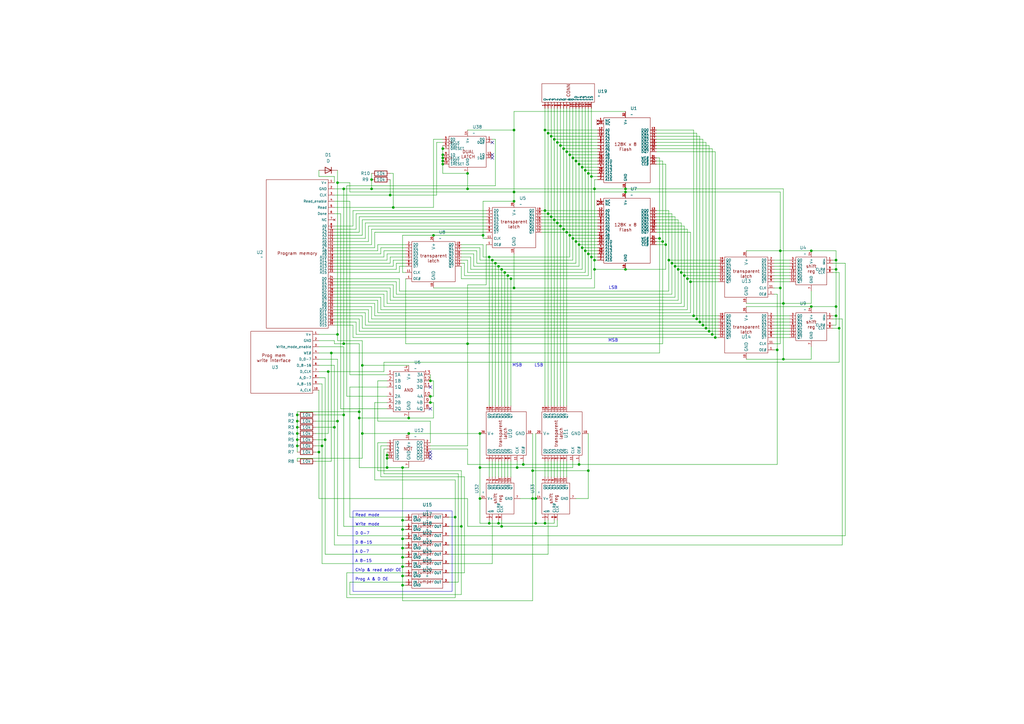
<source format=kicad_sch>
(kicad_sch (version 20231120) (generator "eeschema") (generator_version "8.0")
  (paper "A3")
  (junction (at 332.74 102.87))
  (junction (at 210.82 78.74))
  (junction (at 232.41 62.23))
  (junction (at 224.79 87.63))
  (junction (at 196.85 191.77))
  (junction (at 242.57 72.39))
  (junction (at 218.44 204.47))
  (junction (at 140.97 140.97))
  (junction (at 140.97 77.47))
  (junction (at 133.35 180.34))
  (junction (at 165.1 236.22))
  (junction (at 165.1 213.36))
  (junction (at 121.92 175.26))
  (junction (at 205.74 215.9))
  (junction (at 283.21 115.57))
  (junction (at 342.9 106.68))
  (junction (at 210.82 53.34))
  (junction (at 196.85 177.8))
  (junction (at 152.4 77.47))
  (junction (at 227.33 57.15))
  (junction (at 229.87 92.71))
  (junction (at 191.77 77.47))
  (junction (at 278.13 110.49))
  (junction (at 288.29 133.35))
  (junction (at 181.61 66.04))
  (junction (at 238.76 101.6))
  (junction (at 138.43 137.16))
  (junction (at 342.9 129.54))
  (junction (at 176.53 165.1))
  (junction (at 318.77 143.51))
  (junction (at 121.92 172.72))
  (junction (at 208.28 113.03))
  (junction (at 242.57 105.41))
  (junction (at 240.03 69.85))
  (junction (at 241.3 71.12))
  (junction (at 233.68 63.5))
  (junction (at 212.09 191.77))
  (junction (at 223.52 53.34))
  (junction (at 138.43 74.93))
  (junction (at 344.17 134.62))
  (junction (at 236.22 66.04))
  (junction (at 232.41 95.25))
  (junction (at 292.1 137.16))
  (junction (at 121.92 170.18))
  (junction (at 256.54 110.49))
  (junction (at 275.59 107.95))
  (junction (at 177.8 96.52))
  (junction (at 181.61 63.5))
  (junction (at 321.31 124.46))
  (junction (at 227.33 90.17))
  (junction (at 210.82 118.11))
  (junction (at 270.51 97.79))
  (junction (at 176.53 156.21))
  (junction (at 181.61 60.96))
  (junction (at 342.9 125.73))
  (junction (at 121.92 177.8))
  (junction (at 273.05 100.33))
  (junction (at 237.49 67.31))
  (junction (at 236.22 99.06))
  (junction (at 165.1 228.6))
  (junction (at 181.61 64.77))
  (junction (at 290.83 135.89))
  (junction (at 274.32 106.68))
  (junction (at 148.59 149.86))
  (junction (at 140.97 170.18))
  (junction (at 219.71 214.63))
  (junction (at 160.02 80.01))
  (junction (at 205.74 110.49))
  (junction (at 191.77 140.97))
  (junction (at 240.03 102.87))
  (junction (at 284.48 129.54))
  (junction (at 165.1 240.03))
  (junction (at 238.76 68.58))
  (junction (at 234.95 97.79))
  (junction (at 167.64 171.45))
  (junction (at 147.32 168.91))
  (junction (at 201.93 106.68))
  (junction (at 229.87 59.69))
  (junction (at 224.79 54.61))
  (junction (at 228.6 91.44))
  (junction (at 158.75 191.77))
  (junction (at 134.62 152.4))
  (junction (at 293.37 138.43))
  (junction (at 200.66 214.63))
  (junction (at 226.06 55.88))
  (junction (at 137.16 175.26))
  (junction (at 181.61 67.31))
  (junction (at 210.82 82.55))
  (junction (at 280.67 113.03))
  (junction (at 281.94 114.3))
  (junction (at 207.01 111.76))
  (junction (at 200.66 105.41))
  (junction (at 152.4 73.66))
  (junction (at 121.92 182.88))
  (junction (at 189.23 215.9))
  (junction (at 237.49 190.5))
  (junction (at 165.1 224.79))
  (junction (at 243.84 77.47))
  (junction (at 130.81 185.42))
  (junction (at 161.29 85.09))
  (junction (at 135.89 144.78))
  (junction (at 176.53 162.56))
  (junction (at 186.69 212.09))
  (junction (at 231.14 93.98))
  (junction (at 342.9 110.49))
  (junction (at 287.02 132.08))
  (junction (at 320.04 102.87))
  (junction (at 289.56 134.62))
  (junction (at 234.95 64.77))
  (junction (at 167.64 177.8))
  (junction (at 233.68 96.52))
  (junction (at 204.47 109.22))
  (junction (at 256.54 77.47))
  (junction (at 132.08 182.88))
  (junction (at 165.1 191.77))
  (junction (at 209.55 114.3))
  (junction (at 138.43 172.72))
  (junction (at 158.75 187.96))
  (junction (at 218.44 193.04))
  (junction (at 196.85 204.47))
  (junction (at 256.54 78.74))
  (junction (at 243.84 106.68))
  (junction (at 165.1 217.17))
  (junction (at 148.59 177.8))
  (junction (at 321.31 147.32))
  (junction (at 147.32 171.45))
  (junction (at 191.77 71.12))
  (junction (at 279.4 111.76))
  (junction (at 276.86 109.22))
  (junction (at 243.84 110.49))
  (junction (at 158.75 186.69))
  (junction (at 223.52 214.63))
  (junction (at 237.49 100.33))
  (junction (at 241.3 193.04))
  (junction (at 228.6 58.42))
  (junction (at 219.71 204.47))
  (junction (at 165.1 232.41))
  (junction (at 241.3 104.14))
  (junction (at 214.63 190.5))
  (junction (at 285.75 130.81))
  (junction (at 165.1 220.98))
  (junction (at 198.12 96.52))
  (junction (at 204.47 214.63))
  (junction (at 226.06 88.9))
  (junction (at 121.92 180.34))
  (junction (at 320.04 118.11))
  (junction (at 231.14 60.96))
  (junction (at 203.2 107.95))
  (junction (at 332.74 125.73))
  (junction (at 271.78 99.06))
  (junction (at 223.52 86.36))
  (no_connect (at 176.53 187.96))
  (no_connect (at 201.93 63.5))
  (no_connect (at 201.93 58.42))
  (no_connect (at 176.53 186.69))
  (no_connect (at 176.53 185.42))
  (no_connect (at 201.93 64.77))
  (no_connect (at 176.53 167.64))
  (no_connect (at 176.53 158.75))
  (wire (pts (xy 181.61 59.69) (xy 181.61 60.96)))
  (wire (pts (xy 158.75 167.64) (xy 139.7 167.64)))
  (wire (pts (xy 163.83 114.3) (xy 163.83 119.38)))
  (wire (pts (xy 130.81 152.4) (xy 134.62 152.4)))
  (wire (pts (xy 181.61 71.12) (xy 191.77 71.12)))
  (wire (pts (xy 191.77 140.97) (xy 271.78 140.97)))
  (wire (pts (xy 270.51 97.79) (xy 269.24 97.79)))
  (wire (pts (xy 237.49 67.31) (xy 245.11 67.31)))
  (wire (pts (xy 287.02 132.08) (xy 294.64 132.08)))
  (wire (pts (xy 130.81 154.94) (xy 133.35 154.94)))
  (wire (pts (xy 190.5 113.03) (xy 190.5 107.95)))
  (wire (pts (xy 130.81 147.32) (xy 138.43 147.32)))
  (wire (pts (xy 318.77 143.51) (xy 318.77 190.5)))
  (wire (pts (xy 154.94 181.61) (xy 158.75 181.61)))
  (wire (pts (xy 203.2 107.95) (xy 203.2 166.37)))
  (wire (pts (xy 191.77 116.84) (xy 199.39 116.84)))
  (wire (pts (xy 152.4 71.12) (xy 152.4 73.66)))
  (wire (pts (xy 245.11 99.06) (xy 236.22 99.06)))
  (wire (pts (xy 157.48 194.31) (xy 157.48 184.15)))
  (wire (pts (xy 184.15 219.71) (xy 346.71 219.71)))
  (wire (pts (xy 203.2 189.23) (xy 203.2 195.58)))
  (wire (pts (xy 341.63 133.35) (xy 342.9 133.35)))
  (wire (pts (xy 143.51 82.55) (xy 137.16 82.55)))
  (wire (pts (xy 189.23 106.68) (xy 191.77 106.68)))
  (wire (pts (xy 142.24 245.11) (xy 142.24 234.95)))
  (wire (pts (xy 147.32 88.9) (xy 199.39 88.9)))
  (wire (pts (xy 189.23 215.9) (xy 189.23 193.04)))
  (wire (pts (xy 191.77 77.47) (xy 243.84 77.47)))
  (wire (pts (xy 166.37 106.68) (xy 161.29 106.68)))
  (wire (pts (xy 243.84 106.68) (xy 245.11 106.68)))
  (wire (pts (xy 285.75 130.81) (xy 152.4 130.81)))
  (wire (pts (xy 158.75 187.96) (xy 158.75 191.77)))
  (wire (pts (xy 274.32 86.36) (xy 274.32 106.68)))
  (wire (pts (xy 186.69 196.85) (xy 186.69 212.09)))
  (wire (pts (xy 224.79 54.61) (xy 245.11 54.61)))
  (wire (pts (xy 156.21 195.58) (xy 156.21 182.88)))
  (wire (pts (xy 121.92 187.96) (xy 121.92 189.23)))
  (wire (pts (xy 236.22 66.04) (xy 236.22 99.06)))
  (wire (pts (xy 199.39 97.79) (xy 198.12 97.79)))
  (wire (pts (xy 201.93 231.14) (xy 184.15 231.14)))
  (wire (pts (xy 121.92 182.88) (xy 121.92 185.42)))
  (wire (pts (xy 237.49 190.5) (xy 318.77 190.5)))
  (wire (pts (xy 166.37 213.36) (xy 165.1 213.36)))
  (wire (pts (xy 214.63 190.5) (xy 191.77 190.5)))
  (wire (pts (xy 184.15 227.33) (xy 224.79 227.33)))
  (wire (pts (xy 203.2 107.95) (xy 195.58 107.95)))
  (wire (pts (xy 344.17 134.62) (xy 341.63 134.62)))
  (wire (pts (xy 137.16 121.92) (xy 156.21 121.92)))
  (wire (pts (xy 242.57 105.41) (xy 242.57 114.3)))
  (wire (pts (xy 270.51 64.77) (xy 270.51 97.79)))
  (wire (pts (xy 196.85 101.6) (xy 196.85 106.68)))
  (wire (pts (xy 157.48 125.73) (xy 157.48 120.65)))
  (wire (pts (xy 203.2 57.15) (xy 201.93 57.15)))
  (wire (pts (xy 245.11 93.98) (xy 231.14 93.98)))
  (wire (pts (xy 165.1 246.38) (xy 165.1 240.03)))
  (wire (pts (xy 158.75 119.38) (xy 158.75 124.46)))
  (wire (pts (xy 147.32 191.77) (xy 147.32 171.45)))
  (wire (pts (xy 138.43 172.72) (xy 138.43 219.71)))
  (wire (pts (xy 200.66 105.41) (xy 198.12 105.41)))
  (wire (pts (xy 275.59 120.65) (xy 162.56 120.65)))
  (wire (pts (xy 158.75 104.14) (xy 158.75 106.68)))
  (wire (pts (xy 237.49 109.22) (xy 237.49 100.33)))
  (wire (pts (xy 227.33 189.23) (xy 227.33 195.58)))
  (wire (pts (xy 148.59 134.62) (xy 289.56 134.62)))
  (wire (pts (xy 231.14 44.45) (xy 231.14 60.96)))
  (wire (pts (xy 135.89 144.78) (xy 130.81 144.78)))
  (wire (pts (xy 201.93 106.68) (xy 201.93 166.37)))
  (wire (pts (xy 278.13 123.19) (xy 160.02 123.19)))
  (wire (pts (xy 207.01 111.76) (xy 240.03 111.76)))
  (wire (pts (xy 276.86 109.22) (xy 276.86 121.92)))
  (wire (pts (xy 292.1 60.96) (xy 269.24 60.96)))
  (wire (pts (xy 165.1 236.22) (xy 165.1 232.41)))
  (wire (pts (xy 280.67 92.71) (xy 280.67 113.03)))
  (wire (pts (xy 245.11 95.25) (xy 232.41 95.25)))
  (wire (pts (xy 274.32 106.68) (xy 274.32 119.38)))
  (wire (pts (xy 160.02 105.41) (xy 166.37 105.41)))
  (wire (pts (xy 196.85 106.68) (xy 201.93 106.68)))
  (wire (pts (xy 147.32 140.97) (xy 147.32 168.91)))
  (wire (pts (xy 213.36 204.47) (xy 218.44 204.47)))
  (wire (pts (xy 165.1 236.22) (xy 165.1 240.03)))
  (wire (pts (xy 205.74 110.49) (xy 193.04 110.49)))
  (wire (pts (xy 137.16 77.47) (xy 140.97 77.47)))
  (wire (pts (xy 275.59 87.63) (xy 275.59 107.95)))
  (wire (pts (xy 137.16 114.3) (xy 163.83 114.3)))
  (wire (pts (xy 129.54 175.26) (xy 137.16 175.26)))
  (wire (pts (xy 223.52 53.34) (xy 223.52 86.36)))
  (wire (pts (xy 279.4 111.76) (xy 294.64 111.76)))
  (wire (pts (xy 121.92 177.8) (xy 121.92 180.34)))
  (wire (pts (xy 210.82 78.74) (xy 256.54 78.74)))
  (wire (pts (xy 227.33 213.36) (xy 227.33 214.63)))
  (wire (pts (xy 241.3 113.03) (xy 208.28 113.03)))
  (wire (pts (xy 204.47 109.22) (xy 237.49 109.22)))
  (wire (pts (xy 270.51 97.79) (xy 270.51 144.78)))
  (wire (pts (xy 165.1 224.79) (xy 166.37 224.79)))
  (wire (pts (xy 148.59 90.17) (xy 148.59 96.52)))
  (wire (pts (xy 317.5 130.81) (xy 323.85 130.81)))
  (wire (pts (xy 245.11 102.87) (xy 240.03 102.87)))
  (wire (pts (xy 184.15 238.76) (xy 187.96 238.76)))
  (wire (pts (xy 191.77 140.97) (xy 191.77 182.88)))
  (wire (pts (xy 151.13 127) (xy 151.13 132.08)))
  (wire (pts (xy 283.21 115.57) (xy 283.21 128.27)))
  (wire (pts (xy 133.35 227.33) (xy 166.37 227.33)))
  (wire (pts (xy 156.21 182.88) (xy 158.75 182.88)))
  (wire (pts (xy 245.11 101.6) (xy 238.76 101.6)))
  (wire (pts (xy 191.77 204.47) (xy 191.77 215.9)))
  (wire (pts (xy 160.02 80.01) (xy 179.07 80.01)))
  (wire (pts (xy 165.1 228.6) (xy 165.1 224.79)))
  (wire (pts (xy 233.68 105.41) (xy 200.66 105.41)))
  (wire (pts (xy 241.3 177.8) (xy 241.3 193.04)))
  (wire (pts (xy 321.31 124.46) (xy 321.31 77.47)))
  (wire (pts (xy 138.43 139.7) (xy 138.43 137.16)))
  (wire (pts (xy 228.6 215.9) (xy 228.6 213.36)))
  (wire (pts (xy 130.81 185.42) (xy 130.81 204.47)))
  (wire (pts (xy 137.16 140.97) (xy 140.97 140.97)))
  (wire (pts (xy 223.52 44.45) (xy 223.52 53.34)))
  (wire (pts (xy 320.04 102.87) (xy 332.74 102.87)))
  (wire (pts (xy 214.63 190.5) (xy 237.49 190.5)))
  (wire (pts (xy 238.76 101.6) (xy 238.76 110.49)))
  (wire (pts (xy 224.79 44.45) (xy 224.79 54.61)))
  (wire (pts (xy 229.87 44.45) (xy 229.87 59.69)))
  (wire (pts (xy 186.69 245.11) (xy 142.24 245.11)))
  (wire (pts (xy 161.29 121.92) (xy 276.86 121.92)))
  (wire (pts (xy 148.59 96.52) (xy 137.16 96.52)))
  (wire (pts (xy 193.04 105.41) (xy 189.23 105.41)))
  (wire (pts (xy 245.11 71.12) (xy 241.3 71.12)))
  (wire (pts (xy 203.2 76.2) (xy 203.2 57.15)))
  (wire (pts (xy 166.37 231.14) (xy 132.08 231.14)))
  (wire (pts (xy 152.4 73.66) (xy 152.4 77.47)))
  (wire (pts (xy 285.75 54.61) (xy 285.75 130.81)))
  (wire (pts (xy 176.53 156.21) (xy 177.8 156.21)))
  (wire (pts (xy 210.82 45.72) (xy 256.54 45.72)))
  (wire (pts (xy 273.05 67.31) (xy 273.05 100.33)))
  (wire (pts (xy 198.12 97.79) (xy 198.12 96.52)))
  (wire (pts (xy 191.77 140.97) (xy 166.37 140.97)))
  (wire (pts (xy 158.75 124.46) (xy 279.4 124.46)))
  (wire (pts (xy 222.25 93.98) (xy 231.14 93.98)))
  (wire (pts (xy 342.9 133.35) (xy 342.9 129.54)))
  (wire (pts (xy 157.48 102.87) (xy 166.37 102.87)))
  (wire (pts (xy 137.16 127) (xy 151.13 127)))
  (wire (pts (xy 149.86 133.35) (xy 149.86 128.27)))
  (wire (pts (xy 342.9 102.87) (xy 342.9 106.68)))
  (wire (pts (xy 317.5 120.65) (xy 318.77 120.65)))
  (wire (pts (xy 279.4 91.44) (xy 269.24 91.44)))
  (wire (pts (xy 130.81 204.47) (xy 191.77 204.47)))
  (wire (pts (xy 344.17 148.59) (xy 344.17 134.62)))
  (wire (pts (xy 205.74 213.36) (xy 205.74 215.9)))
  (wire (pts (xy 341.63 129.54) (xy 342.9 129.54)))
  (wire (pts (xy 142.24 76.2) (xy 142.24 162.56)))
  (wire (pts (xy 280.67 113.03) (xy 294.64 113.03)))
  (wire (pts (xy 205.74 110.49) (xy 205.74 166.37)))
  (wire (pts (xy 318.77 120.65) (xy 318.77 143.51)))
  (wire (pts (xy 161.29 109.22) (xy 137.16 109.22)))
  (wire (pts (xy 279.4 91.44) (xy 279.4 111.76)))
  (wire (pts (xy 245.11 60.96) (xy 231.14 60.96)))
  (wire (pts (xy 222.25 87.63) (xy 224.79 87.63)))
  (wire (pts (xy 149.86 97.79) (xy 149.86 91.44)))
  (wire (pts (xy 184.15 234.95) (xy 190.5 234.95)))
  (wire (pts (xy 143.51 243.84) (xy 143.51 238.76)))
  (wire (pts (xy 135.89 144.78) (xy 270.51 144.78)))
  (wire (pts (xy 242.57 44.45) (xy 242.57 72.39)))
  (wire (pts (xy 287.02 55.88) (xy 287.02 132.08)))
  (wire (pts (xy 288.29 57.15) (xy 288.29 133.35)))
  (wire (pts (xy 292.1 137.16) (xy 294.64 137.16)))
  (wire (pts (xy 210.82 53.34) (xy 210.82 78.74)))
  (wire (pts (xy 274.32 86.36) (xy 269.24 86.36)))
  (wire (pts (xy 181.61 67.31) (xy 181.61 71.12)))
  (wire (pts (xy 130.81 72.39) (xy 130.81 69.85)))
  (wire (pts (xy 153.67 196.85) (xy 153.67 165.1)))
  (wire (pts (xy 224.79 189.23) (xy 224.79 195.58)))
  (wire (pts (xy 289.56 134.62) (xy 294.64 134.62)))
  (wire (pts (xy 231.14 189.23) (xy 231.14 195.58)))
  (wire (pts (xy 224.79 54.61) (xy 224.79 87.63)))
  (wire (pts (xy 137.16 110.49) (xy 162.56 110.49)))
  (wire (pts (xy 283.21 95.25) (xy 283.21 115.57)))
  (wire (pts (xy 208.28 189.23) (xy 208.28 195.58)))
  (wire (pts (xy 189.23 101.6) (xy 196.85 101.6)))
  (wire (pts (xy 218.44 177.8) (xy 218.44 193.04)))
  (wire (pts (xy 181.61 57.15) (xy 177.8 57.15)))
  (wire (pts (xy 245.11 68.58) (xy 238.76 68.58)))
  (wire (pts (xy 306.07 147.32) (xy 321.31 147.32)))
  (wire (pts (xy 237.49 190.5) (xy 237.49 189.23)))
  (wire (pts (xy 148.59 177.8) (xy 148.59 187.96)))
  (wire (pts (xy 245.11 63.5) (xy 233.68 63.5)))
  (wire (pts (xy 177.8 162.56) (xy 176.53 162.56)))
  (wire (pts (xy 156.21 121.92) (xy 156.21 127)))
  (wire (pts (xy 240.03 69.85) (xy 245.11 69.85)))
  (wire (pts (xy 153.67 129.54) (xy 284.48 129.54)))
  (wire (pts (xy 320.04 102.87) (xy 320.04 118.11)))
  (wire (pts (xy 288.29 133.35) (xy 294.64 133.35)))
  (wire (pts (xy 320.04 118.11) (xy 320.04 140.97)))
  (wire (pts (xy 152.4 77.47) (xy 191.77 77.47)))
  (wire (pts (xy 317.5 107.95) (xy 323.85 107.95)))
  (wire (pts (xy 245.11 55.88) (xy 226.06 55.88)))
  (wire (pts (xy 153.67 101.6) (xy 137.16 101.6)))
  (wire (pts (xy 289.56 58.42) (xy 289.56 134.62)))
  (wire (pts (xy 161.29 71.12) (xy 161.29 85.09)))
  (wire (pts (xy 130.81 139.7) (xy 137.16 139.7)))
  (wire (pts (xy 149.86 128.27) (xy 137.16 128.27)))
  (wire (pts (xy 163.83 119.38) (xy 274.32 119.38)))
  (wire (pts (xy 278.13 90.17) (xy 278.13 110.49)))
  (wire (pts (xy 306.07 124.46) (xy 321.31 124.46)))
  (wire (pts (xy 287.02 55.88) (xy 269.24 55.88)))
  (wire (pts (xy 132.08 231.14) (xy 132.08 182.88)))
  (wire (pts (xy 137.16 139.7) (xy 137.16 140.97)))
  (wire (pts (xy 151.13 92.71) (xy 151.13 99.06)))
  (wire (pts (xy 208.28 113.03) (xy 190.5 113.03)))
  (wire (pts (xy 245.11 92.71) (xy 229.87 92.71)))
  (wire (pts (xy 165.1 236.22) (xy 166.37 236.22)))
  (wire (pts (xy 245.11 88.9) (xy 226.06 88.9)))
  (wire (pts (xy 317.5 109.22) (xy 323.85 109.22)))
  (wire (pts (xy 137.16 72.39) (xy 130.81 72.39)))
  (wire (pts (xy 288.29 133.35) (xy 149.86 133.35)))
  (wire (pts (xy 293.37 138.43) (xy 144.78 138.43)))
  (wire (pts (xy 205.74 215.9) (xy 228.6 215.9)))
  (wire (pts (xy 194.31 109.22) (xy 204.47 109.22)))
  (wire (pts (xy 228.6 189.23) (xy 228.6 195.58)))
  (wire (pts (xy 210.82 104.14) (xy 210.82 118.11)))
  (wire (pts (xy 342.9 110.49) (xy 342.9 125.73)))
  (wire (pts (xy 142.24 234.95) (xy 166.37 234.95)))
  (wire (pts (xy 210.82 118.11) (xy 177.8 118.11)))
  (wire (pts (xy 321.31 124.46) (xy 321.31 147.32)))
  (wire (pts (xy 200.66 105.41) (xy 200.66 166.37)))
  (wire (pts (xy 179.07 80.01) (xy 179.07 58.42)))
  (wire (pts (xy 129.54 172.72) (xy 138.43 172.72)))
  (wire (pts (xy 236.22 107.95) (xy 203.2 107.95)))
  (wire (pts (xy 227.33 214.63) (xy 223.52 214.63)))
  (wire (pts (xy 344.17 111.76) (xy 344.17 134.62)))
  (wire (pts (xy 191.77 111.76) (xy 207.01 111.76)))
  (wire (pts (xy 269.24 57.15) (xy 288.29 57.15)))
  (wire (pts (xy 209.55 114.3) (xy 209.55 166.37)))
  (wire (pts (xy 147.32 191.77) (xy 158.75 191.77)))
  (wire (pts (xy 269.24 64.77) (xy 270.51 64.77)))
  (wire (pts (xy 341.63 111.76) (xy 344.17 111.76)))
  (wire (pts (xy 317.5 140.97) (xy 320.04 140.97)))
  (wire (pts (xy 342.9 129.54) (xy 342.9 125.73)))
  (wire (pts (xy 245.11 104.14) (xy 241.3 104.14)))
  (wire (pts (xy 229.87 189.23) (xy 229.87 195.58)))
  (wire (pts (xy 143.51 238.76) (xy 166.37 238.76)))
  (wire (pts (xy 341.63 130.81) (xy 345.44 130.81)))
  (wire (pts (xy 146.05 87.63) (xy 146.05 93.98)))
  (wire (pts (xy 346.71 219.71) (xy 346.71 107.95)))
  (wire (pts (xy 229.87 59.69) (xy 245.11 59.69)))
  (wire (pts (xy 218.44 204.47) (xy 218.44 193.04)))
  (wire (pts (xy 162.56 107.95) (xy 166.37 107.95)))
  (wire (pts (xy 317.5 134.62) (xy 323.85 134.62)))
  (wire (pts (xy 223.52 214.63) (xy 219.71 214.63)))
  (wire (pts (xy 199.39 95.25) (xy 153.67 95.25)))
  (wire (pts (xy 176.53 184.15) (xy 191.77 184.15)))
  (wire (pts (xy 176.53 182.88) (xy 191.77 182.88)))
  (wire (pts (xy 279.4 111.76) (xy 279.4 124.46)))
  (wire (pts (xy 200.66 213.36) (xy 200.66 214.63)))
  (wire (pts (xy 241.3 44.45) (xy 241.3 71.12)))
  (wire (pts (xy 140.97 77.47) (xy 152.4 77.47)))
  (wire (pts (xy 245.11 73.66) (xy 243.84 73.66)))
  (wire (pts (xy 228.6 58.42) (xy 228.6 91.44)))
  (wire (pts (xy 187.96 238.76) (xy 187.96 194.31)))
  (wire (pts (xy 147.32 168.91) (xy 147.32 171.45)))
  (wire (pts (xy 166.37 223.52) (xy 137.16 223.52)))
  (wire (pts (xy 224.79 227.33) (xy 224.79 213.36)))
  (wire (pts (xy 234.95 189.23) (xy 234.95 191.77)))
  (wire (pts (xy 157.48 105.41) (xy 157.48 102.87)))
  (wire (pts (xy 152.4 130.81) (xy 152.4 125.73)))
  (wire (pts (xy 273.05 100.33) (xy 269.24 100.33)))
  (wire (pts (xy 154.94 172.72) (xy 154.94 156.21)))
  (wire (pts (xy 306.07 102.87) (xy 320.04 102.87)))
  (wire (pts (xy 134.62 177.8) (xy 129.54 177.8)))
  (wire (pts (xy 143.51 74.93) (xy 143.51 78.74)))
  (wire (pts (xy 198.12 105.41) (xy 198.12 100.33)))
  (wire (pts (xy 284.48 129.54) (xy 294.64 129.54)))
  (wire (pts (xy 226.06 88.9) (xy 226.06 166.37)))
  (wire (pts (xy 143.51 153.67) (xy 158.75 153.67)))
  (wire (pts (xy 240.03 69.85) (xy 240.03 102.87)))
  (wire (pts (xy 222.25 90.17) (xy 227.33 90.17)))
  (wire (pts (xy 181.61 64.77) (xy 181.61 66.04)))
  (wire (pts (xy 129.54 180.34) (xy 133.35 180.34)))
  (wire (pts (xy 121.92 170.18) (xy 121.92 172.72)))
  (wire (pts (xy 196.85 204.47) (xy 196.85 214.63)))
  (wire (pts (xy 306.07 125.73) (xy 332.74 125.73)))
  (wire (pts (xy 269.24 90.17) (xy 278.13 90.17)))
  (wire (pts (xy 167.64 177.8) (xy 196.85 177.8)))
  (wire (pts (xy 147.32 168.91) (xy 121.92 168.91)))
  (wire (pts (xy 190.5 195.58) (xy 156.21 195.58)))
  (wire (pts (xy 161.29 116.84) (xy 161.29 121.92)))
  (wire (pts (xy 281.94 114.3) (xy 294.64 114.3)))
  (wire (pts (xy 161.29 85.09) (xy 137.16 85.09)))
  (wire (pts (xy 245.11 66.04) (xy 236.22 66.04)))
  (wire (pts (xy 243.84 106.68) (xy 243.84 110.49)))
  (wire (pts (xy 154.94 100.33) (xy 166.37 100.33)))
  (wire (pts (xy 236.22 44.45) (xy 236.22 66.04)))
  (wire (pts (xy 153.67 196.85) (xy 186.69 196.85)))
  (wire (pts (xy 154.94 128.27) (xy 154.94 123.19)))
  (wire (pts (xy 321.31 77.47) (xy 256.54 77.47)))
  (wire (pts (xy 137.16 175.26) (xy 137.16 149.86)))
  (wire (pts (xy 144.78 86.36) (xy 199.39 86.36)))
  (wire (pts (xy 151.13 132.08) (xy 287.02 132.08)))
  (wire (pts (xy 201.93 189.23) (xy 201.93 195.58)))
  (wire (pts (xy 177.8 165.1) (xy 177.8 171.45)))
  (wire (pts (xy 210.82 78.74) (xy 210.82 82.55)))
  (wire (pts (xy 166.37 109.22) (xy 163.83 109.22)))
  (wire (pts (xy 224.79 87.63) (xy 224.79 166.37)))
  (wire (pts (xy 200.66 189.23) (xy 200.66 195.58)))
  (wire (pts (xy 134.62 152.4) (xy 134.62 177.8)))
  (wire (pts (xy 165.1 217.17) (xy 166.37 217.17)))
  (wire (pts (xy 181.61 66.04) (xy 181.61 67.31)))
  (wire (pts (xy 138.43 137.16) (xy 130.81 137.16)))
  (wire (pts (xy 157.48 184.15) (xy 158.75 184.15)))
  (wire (pts (xy 320.04 102.87) (xy 320.04 78.74)))
  (wire (pts (xy 236.22 99.06) (xy 236.22 107.95)))
  (wire (pts (xy 245.11 105.41) (xy 242.57 105.41)))
  (wire (pts (xy 195.58 107.95) (xy 195.58 102.87)))
  (wire (pts (xy 245.11 96.52) (xy 233.68 96.52)))
  (wire (pts (xy 232.41 189.23) (xy 232.41 195.58)))
  (wire (pts (xy 154.94 193.04) (xy 154.94 181.61)))
  (wire (pts (xy 187.96 194.31) (xy 157.48 194.31)))
  (wire (pts (xy 342.9 125.73) (xy 332.74 125.73)))
  (wire (pts (xy 181.61 60.96) (xy 181.61 63.5)))
  (wire (pts (xy 245.11 91.44) (xy 228.6 91.44)))
  (wire (pts (xy 165.1 228.6) (xy 166.37 228.6)))
  (wire (pts (xy 135.89 144.78) (xy 135.89 189.23)))
  (wire (pts (xy 148.59 187.96) (xy 121.92 187.96)))
  (wire (pts (xy 198.12 82.55) (xy 210.82 82.55)))
  (wire (pts (xy 212.09 191.77) (xy 234.95 191.77)))
  (wire (pts (xy 231.14 93.98) (xy 231.14 166.37)))
  (wire (pts (xy 130.81 160.02) (xy 130.81 185.42)))
  (wire (pts (xy 161.29 106.68) (xy 161.29 109.22)))
  (wire (pts (xy 156.21 101.6) (xy 156.21 104.14)))
  (wire (pts (xy 269.24 99.06) (xy 271.78 99.06)))
  (wire (pts (xy 238.76 68.58) (xy 238.76 101.6)))
  (wire (pts (xy 186.69 212.09) (xy 186.69 245.11)))
  (wire (pts (xy 222.25 86.36) (xy 223.52 86.36)))
  (wire (pts (xy 227.33 57.15) (xy 245.11 57.15)))
  (wire (pts (xy 317.5 129.54) (xy 323.85 129.54)))
  (wire (pts (xy 245.11 58.42) (xy 228.6 58.42)))
  (wire (pts (xy 148.59 129.54) (xy 148.59 134.62)))
  (wire (pts (xy 157.48 152.4) (xy 157.48 148.59)))
  (wire (pts (xy 181.61 63.5) (xy 181.61 64.77)))
  (wire (pts (xy 176.53 181.61) (xy 176.53 172.72)))
  (wire (pts (xy 223.52 86.36) (xy 223.52 166.37)))
  (wire (pts (xy 144.78 92.71) (xy 144.78 86.36)))
  (wire (pts (xy 234.95 106.68) (xy 234.95 97.79)))
  (wire (pts (xy 269.24 95.25) (xy 283.21 95.25)))
  (wire (pts (xy 130.81 142.24) (xy 140.97 142.24)))
  (wire (pts (xy 269.24 54.61) (xy 285.75 54.61)))
  (wire (pts (xy 204.47 213.36) (xy 204.47 214.63)))
  (wire (pts (xy 227.33 44.45) (xy 227.33 57.15)))
  (wire (pts (xy 226.06 189.23) (xy 226.06 195.58)))
  (wire (pts (xy 241.3 193.04) (xy 241.3 204.47)))
  (wire (pts (xy 341.63 110.49) (xy 342.9 110.49)))
  (wire (pts (xy 191.77 215.9) (xy 205.74 215.9)))
  (wire (pts (xy 292.1 60.96) (xy 292.1 137.16)))
  (wire (pts (xy 137.16 95.25) (xy 147.32 95.25)))
  (wire (pts (xy 320.04 78.74) (xy 256.54 78.74)))
  (wire (pts (xy 219.71 214.63) (xy 219.71 204.47)))
  (wire (pts (xy 157.48 120.65) (xy 137.16 120.65)))
  (wire (pts (xy 222.25 95.25) (xy 232.41 95.25)))
  (wire (pts (xy 245.11 53.34) (xy 223.52 53.34)))
  (wire (pts (xy 232.41 62.23) (xy 245.11 62.23)))
  (wire (pts (xy 176.53 172.72) (xy 154.94 172.72)))
  (wire (pts (xy 147.32 135.89) (xy 147.32 130.81)))
  (wire (pts (xy 184.15 212.09) (xy 186.69 212.09)))
  (wire (pts (xy 148.59 149.86) (xy 148.59 177.8)))
  (wire (pts (xy 222.25 88.9) (xy 226.06 88.9)))
  (wire (pts (xy 232.41 95.25) (xy 232.41 166.37)))
  (wire (pts (xy 227.33 57.15) (xy 227.33 90.17)))
  (wire (pts (xy 243.84 77.47) (xy 243.84 106.68)))
  (wire (pts (xy 233.68 63.5) (xy 233.68 96.52)))
  (wire (pts (xy 283.21 128.27) (xy 154.94 128.27)))
  (wire (pts (xy 243.84 110.49) (xy 256.54 110.49)))
  (wire (pts (xy 190.5 107.95) (xy 189.23 107.95)))
  (wire (pts (xy 166.37 240.03) (xy 165.1 240.03)))
  (wire (pts (xy 132.08 157.48) (xy 130.81 157.48)))
  (wire (pts (xy 165.1 220.98) (xy 166.37 220.98)))
  (wire (pts (xy 133.35 154.94) (xy 133.35 180.34)))
  (wire (pts (xy 165.1 191.77) (xy 167.64 191.77)))
  (wire (pts (xy 184.15 215.9) (xy 189.23 215.9)))
  (wire (pts (xy 223.52 213.36) (xy 223.52 214.63)))
  (wire (pts (xy 177.8 85.09) (xy 161.29 85.09)))
  (wire (pts (xy 242.57 72.39) (xy 245.11 72.39)))
  (wire (pts (xy 290.83 59.69) (xy 290.83 135.89)))
  (wire (pts (xy 245.11 100.33) (xy 237.49 100.33)))
  (wire (pts (xy 143.51 212.09) (xy 166.37 212.09)))
  (wire (pts (xy 241.3 104.14) (xy 241.3 113.03)))
  (wire (pts (xy 163.83 109.22) (xy 163.83 111.76)))
  (wire (pts (xy 245.11 86.36) (xy 223.52 86.36)))
  (wire (pts (xy 271.78 99.06) (xy 271.78 140.97)))
  (wire (pts (xy 143.51 158.75) (xy 143.51 212.09)))
  (wire (pts (xy 240.03 44.45) (xy 240.03 69.85)))
  (wire (pts (xy 278.13 110.49) (xy 294.64 110.49)))
  (wire (pts (xy 121.92 168.91) (xy 121.92 170.18)))
  (wire (pts (xy 317.5 115.57) (xy 323.85 115.57)))
  (wire (pts (xy 271.78 66.04) (xy 269.24 66.04)))
  (wire (pts (xy 137.16 116.84) (xy 161.29 116.84)))
  (wire (pts (xy 218.44 246.38) (xy 165.1 246.38)))
  (wire (pts (xy 275.59 107.95) (xy 294.64 107.95)))
  (wire (pts (xy 191.77 106.68) (xy 191.77 111.76)))
  (wire (pts (xy 191.77 53.34) (xy 210.82 53.34)))
  (wire (pts (xy 281.94 93.98) (xy 281.94 114.3)))
  (wire (pts (xy 137.16 119.38) (xy 158.75 119.38)))
  (wire (pts (xy 289.56 58.42) (xy 269.24 58.42)))
  (wire (pts (xy 156.21 104.14) (xy 137.16 104.14)))
  (wire (pts (xy 137.16 102.87) (xy 154.94 102.87)))
  (wire (pts (xy 273.05 110.49) (xy 256.54 110.49)))
  (wire (pts (xy 346.71 107.95) (xy 341.63 107.95)))
  (wire (pts (xy 177.8 57.15) (xy 177.8 85.09)))
  (wire (pts (xy 278.13 110.49) (xy 278.13 123.19)))
  (wire (pts (xy 229.87 59.69) (xy 229.87 92.71)))
  (wire (pts (xy 317.5 113.03) (xy 323.85 113.03)))
  (wire (pts (xy 234.95 64.77) (xy 245.11 64.77)))
  (wire (pts (xy 176.53 153.67) (xy 176.53 156.21)))
  (wire (pts (xy 227.33 90.17) (xy 227.33 166.37)))
  (wire (pts (xy 195.58 102.87) (xy 189.23 102.87)))
  (wire (pts (xy 283.21 115.57) (xy 294.64 115.57)))
  (wire (pts (xy 134.62 152.4) (xy 157.48 152.4)))
  (wire (pts (xy 223.52 189.23) (xy 223.52 195.58)))
  (wire (pts (xy 240.03 111.76) (xy 240.03 102.87)))
  (wire (pts (xy 165.1 96.52) (xy 177.8 96.52)))
  (wire (pts (xy 193.04 110.49) (xy 193.04 105.41)))
  (wire (pts (xy 144.78 133.35) (xy 137.16 133.35)))
  (wire (pts (xy 166.37 232.41) (xy 165.1 232.41)))
  (wire (pts (xy 198.12 100.33) (xy 189.23 100.33)))
  (wire (pts (xy 226.06 55.88) (xy 226.06 88.9)))
  (wire (pts (xy 158.75 106.68) (xy 137.16 106.68)))
  (wire (pts (xy 190.5 234.95) (xy 190.5 195.58)))
  (wire (pts (xy 205.74 189.23) (xy 205.74 195.58)))
  (wire (pts (xy 146.05 132.08) (xy 146.05 137.16)))
  (wire (pts (xy 317.5 114.3) (xy 323.85 114.3)))
  (wire (pts (xy 137.16 107.95) (xy 160.02 107.95)))
  (wire (pts (xy 158.75 186.69) (xy 158.75 187.96)))
  (wire (pts (xy 280.67 125.73) (xy 157.48 125.73)))
  (wire (pts (xy 269.24 67.31) (xy 273.05 67.31)))
  (wire (pts (xy 341.63 106.68) (xy 342.9 106.68)))
  (wire (pts (xy 280.67 113.03) (xy 280.67 125.73)))
  (wire (pts (xy 290.83 135.89) (xy 147.32 135.89)))
  (wire (pts (xy 317.5 118.11) (xy 320.04 118.11)))
  (wire (pts (xy 342.9 106.68) (xy 342.9 110.49)))
  (wire (pts (xy 137.16 132.08) (xy 146.05 132.08)))
  (wire (pts (xy 231.14 60.96) (xy 231.14 93.98)))
  (wire (pts (xy 140.97 140.97) (xy 147.32 140.97)))
  (wire (pts (xy 332.74 102.87) (xy 342.9 102.87)))
  (wire (pts (xy 157.48 148.59) (xy 344.17 148.59)))
  (wire (pts (xy 290.83 135.89) (xy 294.64 135.89)))
  (wire (pts (xy 209.55 189.23) (xy 209.55 195.58)))
  (wire (pts (xy 137.16 124.46) (xy 153.67 124.46)))
  (wire (pts (xy 233.68 96.52) (xy 233.68 105.41)))
  (wire (pts (xy 121.92 175.26) (xy 121.92 177.8)))
  (wire (pts (xy 132.08 182.88) (xy 132.08 157.48)))
  (wire (pts (xy 332.74 124.46) (xy 321.31 124.46)))
  (wire (pts (xy 165.1 220.98) (xy 165.1 224.79)))
  (wire (pts (xy 285.75 130.81) (xy 294.64 130.81)))
  (wire (pts (xy 214.63 189.23) (xy 214.63 190.5)))
  (wire (pts (xy 204.47 189.23) (xy 204.47 195.58)))
  (wire (pts (xy 158.75 191.77) (xy 165.1 191.77)))
  (wire (pts (xy 144.78 138.43) (xy 144.78 133.35)))
  (wire (pts (xy 154.94 102.87) (xy 154.94 100.33)))
  (wire (pts (xy 228.6 91.44) (xy 228.6 166.37)))
  (wire (pts (xy 137.16 149.86) (xy 130.81 149.86)))
  (wire (pts (xy 154.94 156.21) (xy 158.75 156.21)))
  (wire (pts (xy 147.32 130.81) (xy 137.16 130.81)))
  (wire (pts (xy 138.43 69.85) (xy 138.43 74.93)))
  (wire (pts (xy 196.85 177.8) (xy 196.85 191.77)))
  (wire (pts (xy 200.66 214.63) (xy 204.47 214.63)))
  (wire (pts (xy 273.05 100.33) (xy 273.05 110.49)))
  (wire (pts (xy 137.16 87.63) (xy 139.7 87.63)))
  (wire (pts (xy 276.86 88.9) (xy 276.86 109.22)))
  (wire (pts (xy 177.8 156.21) (xy 177.8 162.56)))
  (wire (pts (xy 284.48 53.34) (xy 284.48 129.54)))
  (wire (pts (xy 189.23 215.9) (xy 189.23 243.84)))
  (wire (pts (xy 166.37 111.76) (xy 165.1 111.76)))
  (wire (pts (xy 166.37 101.6) (xy 156.21 101.6)))
  (wire (pts (xy 218.44 204.47) (xy 218.44 246.38)))
  (wire (pts (xy 152.4 100.33) (xy 152.4 93.98)))
  (wire (pts (xy 153.67 165.1) (xy 158.75 165.1)))
  (wire (pts (xy 160.02 123.19) (xy 160.02 118.11)))
  (wire (pts (xy 156.21 127) (xy 281.94 127)))
  (wire (pts (xy 191.77 71.12) (xy 191.77 77.47)))
  (wire (pts (xy 243.84 73.66) (xy 243.84 77.47)))
  (wire (pts (xy 138.43 147.32) (xy 138.43 172.72)))
  (wire (pts (xy 269.24 92.71) (xy 280.67 92.71)))
  (wire (pts (xy 142.24 162.56) (xy 158.75 162.56)))
  (wire (pts (xy 140.97 215.9) (xy 166.37 215.9)))
  (wire (pts (xy 228.6 44.45) (xy 228.6 58.42)))
  (wire (pts (xy 137.16 74.93) (xy 137.16 72.39)))
  (wire (pts (xy 129.54 170.18) (xy 140.97 170.18)))
  (wire (pts (xy 160.02 71.12) (xy 161.29 71.12)))
  (wire (pts (xy 317.5 110.49) (xy 323.85 110.49)))
  (wire (pts (xy 165.1 213.36) (xy 165.1 217.17)))
  (wire (pts (xy 153.67 124.46) (xy 153.67 129.54)))
  (wire (pts (xy 189.23 104.14) (xy 194.31 104.14)))
  (wire (pts (xy 148.59 177.8) (xy 167.64 177.8)))
  (wire (pts (xy 317.5 132.08) (xy 323.85 132.08)))
  (wire (pts (xy 189.23 114.3) (xy 189.23 109.22)))
  (wire (pts (xy 129.54 182.88) (xy 132.08 182.88)))
  (wire (pts (xy 199.39 90.17) (xy 148.59 90.17)))
  (wire (pts (xy 345.44 130.81) (xy 345.44 223.52)))
  (wire (pts (xy 242.57 114.3) (xy 209.55 114.3)))
  (wire (pts (xy 234.95 44.45) (xy 234.95 64.77)))
  (wire (pts (xy 209.55 114.3) (xy 189.23 114.3)))
  (wire (pts (xy 189.23 193.04) (xy 154.94 193.04)))
  (wire (pts (xy 140.97 142.24) (xy 140.97 170.18)))
  (wire (pts (xy 245.11 97.79) (xy 234.95 97.79)))
  (wire (pts (xy 162.56 110.49) (xy 162.56 107.95)))
  (wire (pts (xy 210.82 45.72) (xy 210.82 53.34)))
  (wire (pts (xy 269.24 59.69) (xy 290.83 59.69)))
  (wire (pts (xy 196.85 191.77) (xy 196.85 204.47)))
  (wire (pts (xy 243.84 77.47) (xy 256.54 77.47)))
  (wire (pts (xy 293.37 138.43) (xy 294.64 138.43)))
  (wire (pts (xy 218.44 193.04) (xy 241.3 193.04)))
  (wire (pts (xy 222.25 91.44) (xy 228.6 91.44)))
  (wire (pts (xy 129.54 185.42) (xy 130.81 185.42)))
  (wire (pts (xy 199.39 87.63) (xy 146.05 87.63)))
  (wire (pts (xy 245.11 87.63) (xy 224.79 87.63)))
  (wire (pts (xy 222.25 92.71) (xy 229.87 92.71)))
  (wire (pts (xy 229.87 92.71) (xy 229.87 166.37)))
  (wire (pts (xy 165.1 191.77) (xy 165.1 213.36)))
  (wire (pts (xy 232.41 44.45) (xy 232.41 62.23)))
  (wire (pts (xy 317.5 135.89) (xy 323.85 135.89)))
  (wire (pts (xy 201.93 106.68) (xy 234.95 106.68)))
  (wire (pts (xy 129.54 189.23) (xy 135.89 189.23)))
  (wire (pts (xy 146.05 93.98) (xy 137.16 93.98)))
  (wire (pts (xy 243.84 118.11) (xy 210.82 118.11)))
  (wire (pts (xy 233.68 44.45) (xy 233.68 63.5)))
  (wire (pts (xy 199.39 100.33) (xy 199.39 116.84)))
  (wire (pts (xy 133.35 180.34) (xy 133.35 227.33)))
  (wire (pts (xy 208.28 113.03) (xy 208.28 166.37)))
  (wire (pts (xy 143.51 78.74) (xy 210.82 78.74)))
  (wire (pts (xy 212.09 189.23) (xy 212.09 191.77)))
  (wire (pts (xy 158.75 185.42) (xy 158.75 186.69)))
  (wire (pts (xy 293.37 62.23) (xy 293.37 138.43)))
  (wire (pts (xy 243.84 110.49) (xy 243.84 118.11)))
  (wire (pts (xy 137.16 97.79) (xy 149.86 97.79)))
  (wire (pts (xy 284.48 53.34) (xy 269.24 53.34)))
  (wire (pts (xy 140.97 170.18) (xy 140.97 215.9)))
  (wire (pts (xy 317.5 137.16) (xy 323.85 137.16)))
  (wire (pts (xy 345.44 223.52) (xy 184.15 223.52)))
  (wire (pts (xy 269.24 87.63) (xy 275.59 87.63)))
  (wire (pts (xy 317.5 111.76) (xy 323.85 111.76)))
  (wire (pts (xy 165.1 217.17) (xy 165.1 220.98)))
  (wire (pts (xy 275.59 107.95) (xy 275.59 120.65)))
  (wire (pts (xy 137.16 129.54) (xy 148.59 129.54)))
  (wire (pts (xy 121.92 180.34) (xy 121.92 182.88)))
  (wire (pts (xy 167.64 149.86) (xy 148.59 149.86)))
  (wire (pts (xy 317.5 133.35) (xy 323.85 133.35)))
  (wire (pts (xy 269.24 62.23) (xy 293.37 62.23)))
  (wire (pts (xy 274.32 106.68) (xy 294.64 106.68)))
  (wire (pts (xy 151.13 99.06) (xy 137.16 99.06)))
  (wire (pts (xy 152.4 93.98) (xy 199.39 93.98)))
  (wire (pts (xy 198.12 96.52) (xy 198.12 82.55)))
  (wire (pts (xy 177.8 171.45) (xy 167.64 171.45)))
  (wire (pts (xy 138.43 219.71) (xy 166.37 219.71)))
  (wire (pts (xy 148.59 139.7) (xy 138.43 139.7)))
  (wire (pts (xy 203.2 76.2) (xy 142.24 76.2)))
  (wire (pts (xy 138.43 74.93) (xy 143.51 74.93)))
  (wire (pts (xy 138.43 74.93) (xy 138.43 137.16)))
  (wire (pts (xy 191.77 190.5) (xy 191.77 184.15)))
  (wire (pts (xy 163.83 111.76) (xy 137.16 111.76)))
  (wire (pts (xy 245.11 90.17) (xy 227.33 90.17)))
  (wire (pts (xy 147.32 95.25) (xy 147.32 88.9)))
  (wire (pts (xy 237.49 67.31) (xy 237.49 100.33)))
  (wire (pts (xy 199.39 92.71) (xy 151.13 92.71)))
  (wire (pts (xy 179.07 58.42) (xy 181.61 58.42)))
  (wire (pts (xy 162.56 115.57) (xy 137.16 115.57)))
  (wire (pts (xy 332.74 119.38) (xy 332.74 124.46)))
  (wire (pts (xy 165.1 232.41) (xy 165.1 228.6)))
  (wire (pts (xy 238.76 44.45) (xy 238.76 68.58)))
  (wire (pts (xy 162.56 120.65) (xy 162.56 115.57)))
  (wire (pts (xy 137.16 223.52) (xy 137.16 175.26)))
  (wire (pts (xy 232.41 62.23) (xy 232.41 95.25)))
  (wire (pts (xy 317.5 138.43) (xy 323.85 138.43)))
  (wire (pts (xy 196.85 191.77) (xy 212.09 191.77)))
  (wire (pts (xy 241.3 204.47) (xy 236.22 204.47)))
  (wire (pts (xy 276.86 109.22) (xy 294.64 109.22)))
  (wire (pts (xy 237.49 44.45) (xy 237.49 67.31)))
  (wire (pts (xy 321.31 147.32) (xy 332.74 147.32)))
  (wire (pts (xy 242.57 72.39) (xy 242.57 105.41)))
  (wire (pts (xy 271.78 99.06) (xy 271.78 66.04)))
  (wire (pts (xy 281.94 114.3) (xy 281.94 127)))
  (wire (pts (xy 196.85 214.63) (xy 200.66 214.63)))
  (wire (pts (xy 201.93 213.36) (xy 201.93 231.14)))
  (wire (pts (xy 149.86 91.44) (xy 199.39 91.44)))
  (wire (pts (xy 154.94 123.19) (xy 137.16 123.19)))
  (wire (pts (xy 166.37 140.97) (xy 166.37 114.3)))
  (wire (pts (xy 137.16 105.41) (xy 157.48 105.41)))
  (wire (pts (xy 194.31 104.14) (xy 194.31 109.22)))
  (wire (pts (xy 153.67 95.25) (xy 153.67 101.6)))
  (wire (pts (xy 207.01 189.23) (xy 207.01 195.58)))
  (wire (pts (xy 207.01 111.76) (xy 207.01 166.37)))
  (wire (pts (xy 226.06 44.45) (xy 226.06 55.88)))
  (wire (pts (xy 140.97 77.47) (xy 140.97 140.97)))
  (wire (pts (xy 147.32 171.45) (xy 167.64 171.45)))
  (wire (pts (xy 318.77 143.51) (xy 317.5 143.51)))
  (wire (pts (xy 121.92 172.72) (xy 121.92 175.26)))
  (wire (pts (xy 160.02 118.11) (xy 137.16 118.11)))
  (wire (pts (xy 165.1 111.76) (xy 165.1 96.52)))
  (wire (pts (xy 191.77 140.97) (xy 191.77 116.84)))
  (wire (pts (xy 143.51 82.55) (xy 143.51 153.67)))
  (wire (pts (xy 137.16 80.01) (xy 160.02 80.01)))
  (wire (pts (xy 152.4 125.73) (xy 137.16 125.73)))
  (wire (pts (xy 332.74 147.32) (xy 332.74 142.24)))
  (wire (pts (xy 189.23 243.84) (xy 143.51 243.84)))
  (wire (pts (xy 219.71 177.8) (xy 219.71 204.47)))
  (wire (pts (xy 281.94 93.98) (xy 269.24 93.98)))
  (wire (pts (xy 241.3 71.12) (xy 241.3 104.14)))
  (wire (pts (xy 269.24 88.9) (xy 276.86 88.9)))
  (wire (pts (xy 234.95 64.77) (xy 234.95 97.79)))
  (wire (pts (xy 137.16 100.33) (xy 152.4 100.33)))
  (wire (pts (xy 160.02 107.95) (xy 160.02 105.41)))
  (wire (pts (xy 204.47 109.22) (xy 204.47 166.37)))
  (wire (pts (xy 137.16 92.71) (xy 144.78 92.71)))
  (wire (pts (xy 177.8 96.52) (xy 198.12 96.52)))
  (wire (pts (xy 139.7 167.64) (xy 139.7 87.63)))
  (wire (pts (xy 148.59 149.86) (xy 148.59 139.7)))
  (wire (pts (xy 176.53 162.56) (xy 176.53 165.1)))
  (wire (pts (xy 317.5 106.68) (xy 323.85 106.68)))
  (wire (pts (xy 143.51 158.75) (xy 158.75 158.75)))
  (wire (pts (xy 166.37 104.14) (xy 158.75 104.14)))
  (wire (pts (xy 204.47 214.63) (xy 219.71 214.63)))
  (wire (pts (xy 176.53 165.1) (xy 177.8 165.1)))
  (wire (pts (xy 160.02 73.66) (xy 160.02 80.01)))
  (wire (pts (xy 146.05 137.16) (xy 292.1 137.16)))
  (wire (pts (xy 238.76 110.49) (xy 205.74 110.49)))
  (text_box "Read mode\n\nWrite mode\n\nD 0-7\n\nD 8-15\n\nA 0-7\n\nA 8-15\n\nChip & read addr OE\n\nProg A & D OE" (at 144.78 209.55 0) (size 40.64 33.02) (effects (font (size 1.1684 1.1684)) (justify left top)))
  (text "LSB" (at 220.98 149.86 0) (effects (font (size 1.27 1.27))))
  (text "MSB" (at 212.09 149.86 0) (effects (font (size 1.27 1.27))))
  (text "LSB" (at 251.46 118.11 0) (effects (font (size 1.27 1.27))))
  (text "MSB" (at 251.46 139.7 0) (effects (font (size 1.27 1.27))))
  (symbol (lib_id "Device:R") (at 156.21 71.12 90) (unit 1)
    (property "Reference" "R10" (at 149.86 71.12 90))
    (property "Value" "10k" (at 156.21 71.12 90))
    (property "Footprint" "custom_footprint_library:0.4_pitch_resistor" (effects (hide yes)))
    (property "Description" "Resistor" (effects (hide yes)))
  )
  (symbol (lib_id "custom_symbol_lib:jumper") (at 175.26 219.71 0) (unit 1)
    (property "Reference" "U18" (at 175.26 214.63 0))
    (property "Value" "~" (at 175.26 217.17 0))
    (property "Footprint" "custom_footprint_library:jumper" (effects (hide yes)))
  )
  (symbol (lib_id "custom_symbol_lib:jumper") (at 175.26 234.95 0) (unit 1)
    (property "Reference" "U25" (at 175.26 229.87 0))
    (property "Value" "~" (at 175.26 232.41 0))
    (property "Footprint" "custom_footprint_library:jumper" (effects (hide yes)))
  )
  (symbol (lib_id "custom_symbol_lib:dual_latch") (at 191.77 62.23 0) (unit 1)
    (property "Reference" "U38" (at 193.7894 52.07 0) (effects (justify left)))
    (property "Value" "~" (at 193.7894 54.61 0) (effects (justify left)))
    (property "Footprint" "Package_DIP:DIP-14_W7.62mm" (effects (hide yes)))
    (property "Datasheet" "https://www.ti.com/lit/ds/symlink/cd4013b.pdf?HQS=dis-dk-null-digikeymode-dsf-pf-null-wwe&ts=1717714412964&ref_url=https%253A%252F%252Fwww.ti.com%252Fgeneral%252Fdocs%252Fsuppproductinfo.tsp%253FdistId%253D10%2526gotoUrl%253Dhttps%253A%252F%252Fwww.ti.com%252Flit%252Fgpn%252Fcd4013b" (effects (hide yes)))
  )
  (symbol (lib_id "custom_symbol_lib:jumper") (at 175.26 223.52 0) (unit 1)
    (property "Reference" "U22" (at 175.26 218.44 0))
    (property "Value" "~" (at 175.26 220.98 0))
    (property "Footprint" "custom_footprint_library:jumper" (effects (hide yes)))
  )
  (symbol (lib_id "custom_symbol_lib:jumper") (at 175.26 212.09 0) (unit 1)
    (property "Reference" "U15" (at 175.26 207.01 0))
    (property "Value" "~" (at 175.26 209.55 0))
    (property "Footprint" "custom_footprint_library:jumper" (effects (hide yes)))
  )
  (symbol (lib_id "custom_symbol_lib:connector_16_bit") (at 233.68 40.64 90) (unit 1)
    (property "Reference" "U19" (at 245.11 37.4649 90) (effects (justify right)))
    (property "Value" "~" (at 245.11 39.37 90) (effects (justify right)))
    (property "Footprint" "Connector_PinHeader_2.54mm:PinHeader_1x16_P2.54mm_Vertical" (effects (hide yes)))
  )
  (symbol (lib_id "Device:R") (at 125.73 175.26 90) (unit 1)
    (property "Reference" "R3" (at 119.38 175.26 90))
    (property "Value" "10k" (at 125.73 175.26 90))
    (property "Footprint" "custom_footprint_library:0.4_pitch_resistor" (effects (hide yes)))
    (property "Description" "Resistor" (effects (hide yes)))
  )
  (symbol (lib_id "custom_symbol_lib:jumper") (at 175.26 231.14 0) (unit 1)
    (property "Reference" "U24" (at 175.26 226.06 0))
    (property "Value" "~" (at 175.26 228.6 0))
    (property "Footprint" "custom_footprint_library:jumper" (effects (hide yes)))
  )
  (symbol (lib_id "Device:R") (at 125.73 180.34 90) (unit 1)
    (property "Reference" "R5" (at 119.38 180.34 90))
    (property "Value" "10k" (at 125.73 180.34 90))
    (property "Footprint" "custom_footprint_library:0.4_pitch_resistor" (effects (hide yes)))
    (property "Description" "Resistor" (effects (hide yes)))
  )
  (symbol (lib_id "Device:R") (at 125.73 189.23 90) (unit 1)
    (property "Reference" "R8" (at 119.38 189.23 90))
    (property "Value" "10k" (at 125.73 189.23 90))
    (property "Footprint" "custom_footprint_library:0.4_pitch_resistor" (effects (hide yes)))
    (property "Description" "Resistor" (effects (hide yes)))
  )
  (symbol (lib_id "Device:R") (at 125.73 182.88 90) (unit 1)
    (property "Reference" "R6" (at 119.38 182.88 90))
    (property "Value" "10k" (at 125.73 182.88 90))
    (property "Footprint" "custom_footprint_library:0.4_pitch_resistor" (effects (hide yes)))
    (property "Description" "Resistor" (effects (hide yes)))
  )
  (symbol (lib_id "custom_symbol_lib:6xNOT") (at 167.64 185.42 0) (unit 1)
    (property "Reference" "U12" (at 169.8341 176.53 0) (effects (justify left)))
    (property "Value" "~" (at 169.8341 179.07 0) (effects (justify left)))
    (property "Footprint" "Package_DIP:DIP-14_W7.62mm" (effects (hide yes)))
    (property "Datasheet" "https://mm.digikey.com/Volume0/opasdata/d220001/medias/docus/889/TC74HC04.pdf" (effects (hide yes)))
  )
  (symbol (lib_id "custom_symbol_lib:128k_x_8_flash") (at 256.54 62.23 0) (unit 1)
    (property "Reference" "U1" (at 258.5594 44.45 0) (effects (justify left)))
    (property "Value" "~" (at 258.5594 46.99 0) (effects (justify left)))
    (property "Footprint" "Package_DIP:DIP-32_W15.24mm" (effects (hide yes)))
    (property "Datasheet" "https://ww1.microchip.com/downloads/en/DeviceDoc/20005022C.pdf" (effects (hide yes)))
  )
  (symbol (lib_id "custom_symbol_lib:8_bit_shift_register") (at 331.47 140.97 0) (mirror y) (unit 1)
    (property "Reference" "U9" (at 330.7206 124.46 0) (effects (justify left)))
    (property "Value" "~" (at 330.7206 127 0) (effects (justify left)))
    (property "Footprint" "Package_DIP:DIP-14_W7.62mm" (effects (hide yes)))
    (property "Datasheet" "https://www.ti.com/lit/ds/symlink/cd74hct164.pdf?HQS=dis-dk-null-digikeymode-dsf-pf-null-wwe&ts=1723564305751&ref_url=https%253A%252F%252Fwww.ti.com%252Fgeneral%252Fdocs%252Fsuppproductinfo.tsp%253FdistId%253D10%2526gotoUrl%253Dhttps%253A%252F%252Fwww.ti.com%252Flit%252Fgpn%252Fcd74hct164" (effects (hide yes)))
  )
  (symbol (lib_id "Device:R") (at 125.73 177.8 90) (unit 1)
    (property "Reference" "R4" (at 119.38 177.8 90))
    (property "Value" "10k" (at 125.73 177.8 90))
    (property "Footprint" "custom_footprint_library:0.4_pitch_resistor" (effects (hide yes)))
    (property "Description" "Resistor" (effects (hide yes)))
  )
  (symbol (lib_id "custom_symbol_lib:prog_mem_interface_read") (at 121.92 105.41 0) (mirror y) (unit 1)
    (property "Reference" "U2" (at 107.95 103.5049 0) (effects (justify left)))
    (property "Value" "~" (at 107.95 105.41 0) (effects (justify left)))
    (property "Footprint" "Connector_PinHeader_2.54mm:PinHeader_1x39_P2.54mm_Vertical" (effects (hide yes)))
  )
  (symbol (lib_id "custom_symbol_lib:quad_and") (at 167.64 161.29 0) (unit 1)
    (property "Reference" "U6" (at 169.8341 148.59 0) (effects (justify left)))
    (property "Value" "~" (at 169.8341 151.13 0) (effects (justify left)))
    (property "Footprint" "Package_DIP:DIP-14_W7.62mm" (effects (hide yes)))
    (property "Datasheet" "https://toshiba.semicon-storage.com/info/TC74HC08AP_datasheet_en_20140301.pdf?did=7565&prodName=TC74HC08AP" (effects (hide yes)))
  )
  (symbol (lib_id "Device:R") (at 125.73 185.42 90) (unit 1)
    (property "Reference" "R7" (at 119.38 185.42 90))
    (property "Value" "10k" (at 125.73 185.42 90))
    (property "Footprint" "custom_footprint_library:0.4_pitch_resistor" (effects (hide yes)))
    (property "Description" "Resistor" (effects (hide yes)))
  )
  (symbol (lib_id "custom_symbol_lib:8_bit_transparent_latch") (at 210.82 93.98 0) (unit 1)
    (property "Reference" "U5" (at 213.0141 81.28 0) (effects (justify left)))
    (property "Value" "~" (at 213.0141 83.82 0) (effects (justify left)))
    (property "Footprint" "Package_DIP:DIP-20_W7.62mm" (effects (hide yes)))
    (property "Datasheet" "https://www.ti.com/lit/ds/symlink/sn74hc573a.pdf?HQS=dis-dk-null-digikeymode-dsf-pf-null-wwe&ts=1722003264659&ref_url=https%253A%252F%252Fwww.ti.com%252Fgeneral%252Fdocs%252Fsuppproductinfo.tsp%253FdistId%253D10%2526gotoUrl%253Dhttps%253A%252F%252Fwww.ti.com%252Flit%252Fgpn%252Fsn74hc573a" (effects (hide yes)))
  )
  (symbol (lib_id "custom_symbol_lib:8_bit_transparent_latch") (at 177.8 107.95 0) (unit 1)
    (property "Reference" "U8" (at 179.9941 95.25 0) (effects (justify left)))
    (property "Value" "~" (at 179.9941 97.79 0) (effects (justify left)))
    (property "Footprint" "Package_DIP:DIP-20_W7.62mm" (effects (hide yes)))
    (property "Datasheet" "https://www.ti.com/lit/ds/symlink/sn74hc573a.pdf?HQS=dis-dk-null-digikeymode-dsf-pf-null-wwe&ts=1722003264659&ref_url=https%253A%252F%252Fwww.ti.com%252Fgeneral%252Fdocs%252Fsuppproductinfo.tsp%253FdistId%253D10%2526gotoUrl%253Dhttps%253A%252F%252Fwww.ti.com%252Flit%252Fgpn%252Fsn74hc573a" (effects (hide yes)))
  )
  (symbol (lib_id "custom_symbol_lib:8_bit_shift_register") (at 331.47 118.11 0) (mirror y) (unit 1)
    (property "Reference" "U4" (at 330.7206 101.6 0) (effects (justify left)))
    (property "Value" "~" (at 330.7206 104.14 0) (effects (justify left)))
    (property "Footprint" "Package_DIP:DIP-14_W7.62mm" (effects (hide yes)))
    (property "Datasheet" "https://www.ti.com/lit/ds/symlink/cd74hct164.pdf?HQS=dis-dk-null-digikeymode-dsf-pf-null-wwe&ts=1723564305751&ref_url=https%253A%252F%252Fwww.ti.com%252Fgeneral%252Fdocs%252Fsuppproductinfo.tsp%253FdistId%253D10%2526gotoUrl%253Dhttps%253A%252F%252Fwww.ti.com%252Flit%252Fgpn%252Fcd74hct164" (effects (hide yes)))
  )
  (symbol (lib_id "Device:R") (at 156.21 73.66 90) (unit 1)
    (property "Reference" "R9" (at 149.86 73.66 90))
    (property "Value" "10k" (at 156.21 73.66 90))
    (property "Footprint" "custom_footprint_library:0.4_pitch_resistor" (effects (hide yes)))
    (property "Description" "Resistor" (effects (hide yes)))
  )
  (symbol (lib_id "custom_symbol_lib:prog_mem_interface_write") (at 115.57 148.59 0) (mirror y) (unit 1)
    (property "Reference" "U3" (at 112.776 150.622 0))
    (property "Value" "~" (at 127 149.86 0))
    (property "Footprint" "Connector_PinHeader_2.54mm:PinHeader_1x10_P2.54mm_Horizontal" (effects (hide yes)))
  )
  (symbol (lib_id "custom_symbol_lib:8_bit_transparent_latch") (at 231.14 177.8 90) (unit 1)
    (property "Reference" "U11" (at 232.156 177.8 0))
    (property "Value" "~" (at 231.14 177.8 0))
    (property "Footprint" "Package_DIP:DIP-20_W7.62mm" (effects (hide yes)))
    (property "Datasheet" "https://www.ti.com/lit/ds/symlink/sn74hc573a.pdf?HQS=dis-dk-null-digikeymode-dsf-pf-null-wwe&ts=1722003264659&ref_url=https%253A%252F%252Fwww.ti.com%252Fgeneral%252Fdocs%252Fsuppproductinfo.tsp%253FdistId%253D10%2526gotoUrl%253Dhttps%253A%252F%252Fwww.ti.com%252Flit%252Fgpn%252Fsn74hc573a" (effects (hide yes)))
  )
  (symbol (lib_id "Device:R") (at 125.73 172.72 90) (unit 1)
    (property "Reference" "R2" (at 119.38 172.72 90))
    (property "Value" "10k" (at 125.73 172.72 90))
    (property "Footprint" "custom_footprint_library:0.4_pitch_resistor" (effects (hide yes)))
    (property "Description" "Resistor" (effects (hide yes)))
  )
  (symbol (lib_id "custom_symbol_lib:jumper") (at 175.26 238.76 0) (unit 1)
    (property "Reference" "U20" (at 175.26 233.68 0))
    (property "Value" "~" (at 175.26 236.22 0))
    (property "Footprint" "custom_footprint_library:jumper" (effects (hide yes)))
  )
  (symbol (lib_id "custom_symbol_lib:8_bit_transparent_latch") (at 306.07 137.16 0) (mirror y) (unit 1)
    (property "Reference" "U14" (at 306.07 138.176 0))
    (property "Value" "~" (at 306.07 137.16 0))
    (property "Footprint" "Package_DIP:DIP-20_W7.62mm" (effects (hide yes)))
    (property "Datasheet" "https://www.ti.com/lit/ds/symlink/sn74hc573a.pdf?HQS=dis-dk-null-digikeymode-dsf-pf-null-wwe&ts=1722003264659&ref_url=https%253A%252F%252Fwww.ti.com%252Fgeneral%252Fdocs%252Fsuppproductinfo.tsp%253FdistId%253D10%2526gotoUrl%253Dhttps%253A%252F%252Fwww.ti.com%252Flit%252Fgpn%252Fsn74hc573a" (effects (hide yes)))
  )
  (symbol (lib_id "custom_symbol_lib:8_bit_transparent_latch") (at 306.07 114.3 0) (mirror y) (unit 1)
    (property "Reference" "U13" (at 306.07 115.316 0))
    (property "Value" "~" (at 306.07 114.3 0))
    (property "Footprint" "Package_DIP:DIP-20_W7.62mm" (effects (hide yes)))
    (property "Datasheet" "https://www.ti.com/lit/ds/symlink/sn74hc573a.pdf?HQS=dis-dk-null-digikeymode-dsf-pf-null-wwe&ts=1722003264659&ref_url=https%253A%252F%252Fwww.ti.com%252Fgeneral%252Fdocs%252Fsuppproductinfo.tsp%253FdistId%253D10%2526gotoUrl%253Dhttps%253A%252F%252Fwww.ti.com%252Flit%252Fgpn%252Fsn74hc573a" (effects (hide yes)))
  )
  (symbol (lib_id "custom_symbol_lib:128k_x_8_flash") (at 256.54 95.25 0) (unit 1)
    (property "Reference" "U7" (at 258.5594 77.47 0) (effects (justify left)))
    (property "Value" "~" (at 258.5594 80.01 0) (effects (justify left)))
    (property "Footprint" "Package_DIP:DIP-32_W15.24mm" (effects (hide yes)))
    (property "Datasheet" "https://ww1.microchip.com/downloads/en/DeviceDoc/20005022C.pdf" (effects (hide yes)))
  )
  (symbol (lib_id "Device:D") (at 134.62 69.85 0) (mirror y) (unit 1)
    (property "Reference" "D1" (at 134.62 63.5 0))
    (property "Value" "D" (at 134.62 66.04 0))
    (property "Footprint" "Diode_THT:D_A-405_P7.62mm_Horizontal" (effects (hide yes)))
    (property "Description" "Diode" (effects (hide yes)))
    (property "Sim.Device" "D" (effects (hide yes)))
    (property "Sim.Pins" "1=K 2=A" (effects (hide yes)))
  )
  (symbol (lib_id "custom_symbol_lib:8_bit_shift_register") (at 212.09 203.2 90) (unit 1)
    (property "Reference" "U32" (at 195.58 202.4506 0) (effects (justify left)))
    (property "Value" "~" (at 198.12 202.4506 0) (effects (justify left)))
    (property "Footprint" "Package_DIP:DIP-14_W7.62mm" (effects (hide yes)))
    (property "Datasheet" "https://www.ti.com/lit/ds/symlink/cd74hct164.pdf?HQS=dis-dk-null-digikeymode-dsf-pf-null-wwe&ts=1723564305751&ref_url=https%253A%252F%252Fwww.ti.com%252Fgeneral%252Fdocs%252Fsuppproductinfo.tsp%253FdistId%253D10%2526gotoUrl%253Dhttps%253A%252F%252Fwww.ti.com%252Flit%252Fgpn%252Fcd74hct164" (effects (hide yes)))
  )
  (symbol (lib_id "custom_symbol_lib:jumper") (at 175.26 215.9 0) (unit 1)
    (property "Reference" "U17" (at 175.26 210.82 0))
    (property "Value" "~" (at 175.26 213.36 0))
    (property "Footprint" "custom_footprint_library:jumper" (effects (hide yes)))
  )
  (symbol (lib_id "custom_symbol_lib:jumper") (at 175.26 227.33 0) (unit 1)
    (property "Reference" "U23" (at 175.26 222.25 0))
    (property "Value" "~" (at 175.26 224.79 0))
    (property "Footprint" "custom_footprint_library:jumper" (effects (hide yes)))
  )
  (symbol (lib_id "custom_symbol_lib:8_bit_shift_register") (at 234.95 203.2 90) (unit 1)
    (property "Reference" "U33" (at 218.44 202.4506 0) (effects (justify left)))
    (property "Value" "~" (at 220.98 202.4506 0) (effects (justify left)))
    (property "Footprint" "Package_DIP:DIP-14_W7.62mm" (effects (hide yes)))
    (property "Datasheet" "https://www.ti.com/lit/ds/symlink/cd74hct164.pdf?HQS=dis-dk-null-digikeymode-dsf-pf-null-wwe&ts=1723564305751&ref_url=https%253A%252F%252Fwww.ti.com%252Fgeneral%252Fdocs%252Fsuppproductinfo.tsp%253FdistId%253D10%2526gotoUrl%253Dhttps%253A%252F%252Fwww.ti.com%252Flit%252Fgpn%252Fcd74hct164" (effects (hide yes)))
  )
  (symbol (lib_id "custom_symbol_lib:8_bit_transparent_latch") (at 208.28 177.8 90) (unit 1)
    (property "Reference" "U10" (at 209.296 177.8 0))
    (property "Value" "~" (at 208.28 177.8 0))
    (property "Footprint" "Package_DIP:DIP-20_W7.62mm" (effects (hide yes)))
    (property "Datasheet" "https://www.ti.com/lit/ds/symlink/sn74hc573a.pdf?HQS=dis-dk-null-digikeymode-dsf-pf-null-wwe&ts=1722003264659&ref_url=https%253A%252F%252Fwww.ti.com%252Fgeneral%252Fdocs%252Fsuppproductinfo.tsp%253FdistId%253D10%2526gotoUrl%253Dhttps%253A%252F%252Fwww.ti.com%252Flit%252Fgpn%252Fsn74hc573a" (effects (hide yes)))
  )
  (symbol (lib_id "Device:R") (at 125.73 170.18 90) (unit 1)
    (property "Reference" "R1" (at 119.38 170.18 90))
    (property "Value" "10k" (at 125.73 170.18 90))
    (property "Footprint" "custom_footprint_library:0.4_pitch_resistor" (effects (hide yes)))
    (property "Description" "Resistor" (effects (hide yes)))
  )
)
</source>
